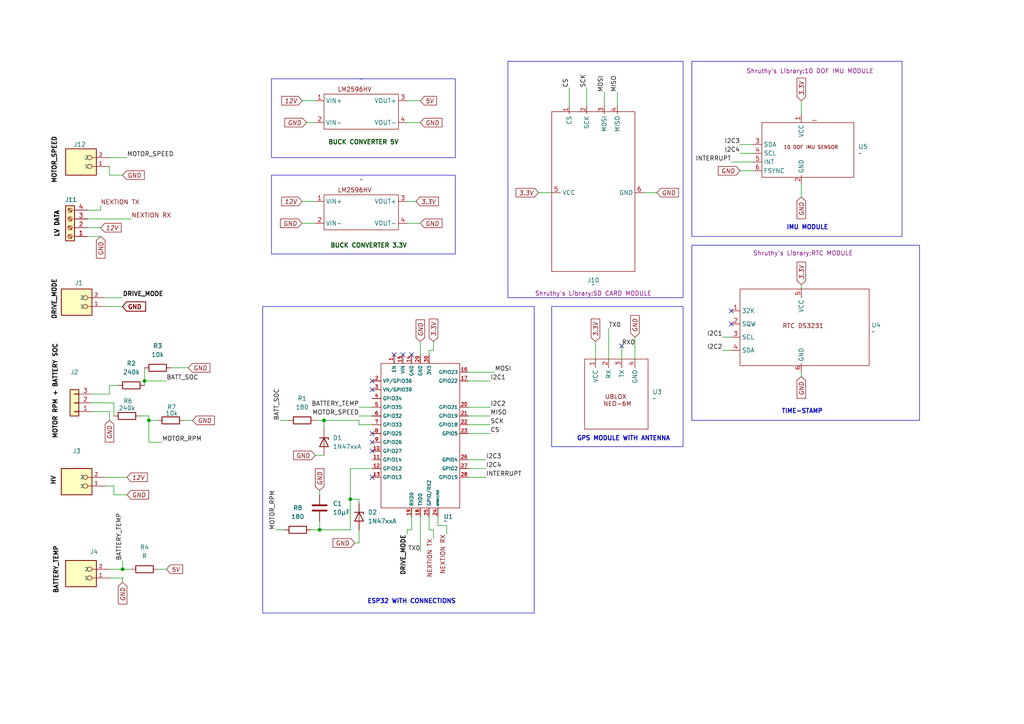
<source format=kicad_sch>
(kicad_sch (version 20250114) (generator "eeschema") (generator_version "9.0")
  (paper "A4")
  (lib_symbols
    (symbol "1935161:1935161" (pin_names (offset 1.016))
      (property "Reference" "J" (at -2.54 3.302 0))
      (property "Value" "1935161" (at -2.54 -7.62 0))
      (symbol "1935161_0_0"
        (rectangle (start -3.81 -5.08) (end 5.08 2.54) (stroke (width 0.254)) (fill (type background)))
        (circle (center -1.905 0) (radius 0.635) (stroke (width 0.1524)))
        (circle (center -1.905 -2.54) (radius 0.635) (stroke (width 0.1524)))
        (pin passive line (at -7.62 0 0) (length 5.08) (name "1") (number "1"))
        (pin passive line (at -7.62 -2.54 0) (length 5.08) (name "2") (number "2"))
      )
    )
    (symbol "Connector:Screw_Terminal_01x02" (pin_names (offset 1.016) (hide yes)))
    (symbol "Connector:Screw_Terminal_01x03" (pin_names (offset 1.016) (hide yes)))
    (symbol "Connector:Screw_Terminal_01x04" (pin_names (offset 1.016) (hide yes))
      (property "Reference" "J" (at 0 5.08 0))
      (property "Value" "Screw_Terminal_01x04" (at 0 -7.62 0))
      (symbol "Screw_Terminal_01x04_1_1"
        (rectangle (start -1.27 3.81) (end 1.27 -6.35) (stroke (width 0.254)) (fill (type background)))
        (polyline (pts (xy -0.5334 2.8702) (xy 0.3302 2.032)) (stroke (width 0.1524)))
        (polyline (pts (xy -0.5334 0.3302) (xy 0.3302 -0.508)) (stroke (width 0.1524)))
        (polyline (pts (xy -0.5334 -2.2098) (xy 0.3302 -3.048)) (stroke (width 0.1524)))
        (polyline (pts (xy -0.5334 -4.7498) (xy 0.3302 -5.588)) (stroke (width 0.1524)))
        (polyline (pts (xy -0.3556 3.048) (xy 0.508 2.2098)) (stroke (width 0.1524)))
        (polyline (pts (xy -0.3556 0.508) (xy 0.508 -0.3302)) (stroke (width 0.1524)))
        (polyline (pts (xy -0.3556 -2.032) (xy 0.508 -2.8702)) (stroke (width 0.1524)))
        (polyline (pts (xy -0.3556 -4.572) (xy 0.508 -5.4102)) (stroke (width 0.1524)))
        (circle (center 0 2.54) (radius 0.635) (stroke (width 0.1524)))
        (circle (center 0 0) (radius 0.635) (stroke (width 0.1524)))
        (circle (center 0 -2.54) (radius 0.635) (stroke (width 0.1524)))
        (circle (center 0 -5.08) (radius 0.635) (stroke (width 0.1524)))
        (pin passive line (at -5.08 2.54 0) (length 3.81) (name "Pin_1") (number "1"))
        (pin passive line (at -5.08 0 0) (length 3.81) (name "Pin_2") (number "2"))
        (pin passive line (at -5.08 -2.54 0) (length 3.81) (name "Pin_3") (number "3"))
        (pin passive line (at -5.08 -5.08 0) (length 3.81) (name "Pin_4") (number "4"))
      )
    )
    (symbol "Connector_Generic:Conn_01x03" (pin_names (offset 1.016) (hide yes))
      (property "Reference" "J" (at 0 5.08 0))
      (property "Value" "Conn_01x03" (at 0 -5.08 0))
      (symbol "Conn_01x03_1_1"
        (rectangle (start -1.27 3.81) (end 1.27 -3.81) (stroke (width 0.254)) (fill (type background)))
        (rectangle (start -1.27 2.667) (end 0 2.413) (stroke (width 0.1524)))
        (rectangle (start -1.27 0.127) (end 0 -0.127) (stroke (width 0.1524)))
        (rectangle (start -1.27 -2.413) (end 0 -2.667) (stroke (width 0.1524)))
        (pin passive line (at -5.08 2.54 0) (length 3.81) (name "Pin_1") (number "1"))
        (pin passive line (at -5.08 0 0) (length 3.81) (name "Pin_2") (number "2"))
        (pin passive line (at -5.08 -2.54 0) (length 3.81) (name "Pin_3") (number "3"))
      )
    )
    (symbol "Device:C" (pin_numbers (hide yes)) (pin_names (offset 0.254))
      (property "Reference" "C" (at 0.635 2.54 0))
      (property "Value" "C" (at 0.635 -2.54 0))
      (symbol "C_0_1"
        (polyline (pts (xy -2.032 0.762) (xy 2.032 0.762)) (stroke (width 0.508)))
        (polyline (pts (xy -2.032 -0.762) (xy 2.032 -0.762)) (stroke (width 0.508)))
      )
      (symbol "C_1_1"
        (pin passive line (at 0 3.81 270) (length 2.794) (name "~") (number "1"))
        (pin passive line (at 0 -3.81 90) (length 2.794) (name "~") (number "2"))
      )
    )
    (symbol "Device:R" (pin_numbers (hide yes)) (pin_names (offset 0))
      (property "Reference" "R" (at 2.032 0 90))
      (property "Value" "R" (at 0 0 90))
      (symbol "R_0_1"
        (rectangle (start -1.016 -2.54) (end 1.016 2.54) (stroke (width 0.254)))
      )
      (symbol "R_1_1"
        (pin passive line (at 0 3.81 270) (length 1.27) (name "~") (number "1"))
        (pin passive line (at 0 -3.81 90) (length 1.27) (name "~") (number "2"))
      )
    )
    (symbol "Diode:1N47xxA" (pin_numbers (hide yes)) (pin_names (hide yes))
      (property "Reference" "D" (at 0 2.54 0))
      (property "Value" "1N47xxA" (at 0 -2.54 0))
      (symbol "1N47xxA_0_1"
        (polyline (pts (xy -1.27 -1.27) (xy -1.27 1.27) (xy -0.762 1.27)) (stroke (width 0.254)))
        (polyline (pts (xy 1.27 0) (xy -1.27 0)))
        (polyline (pts (xy 1.27 -1.27) (xy 1.27 1.27) (xy -1.27 0) (xy 1.27 -1.27)) (stroke (width 0.254)))
      )
      (symbol "1N47xxA_1_1"
        (pin passive line (at -3.81 0 0) (length 2.54) (name "K") (number "1"))
        (pin passive line (at 3.81 0 180) (length 2.54) (name "A") (number "2"))
      )
    )
    (symbol "Screw_Terminal_01x02_1" (pin_names (offset 1.016) (hide yes))
      (symbol "Screw_Terminal_01x02_1_1_1"
        (pin input line (at -1471.93 -1675.13 0) (length 2.54) (name "1") (number "1"))
        (pin input line (at -916.94 995.68 0) (length 2.54) (name "1") (number ""))
      )
    )
    (symbol "Screw_Terminal_01x02_2" (pin_names (offset 1.016) (hide yes))
      (symbol "Screw_Terminal_01x02_2_1_1"
        (pin input line (at -1471.93 -1675.13 0) (length 2.54) (name "1") (number "1"))
        (pin input line (at -916.94 995.68 0) (length 2.54) (name "1") (number ""))
      )
    )
    (symbol "Screw_Terminal_01x02_4" (pin_names (offset 1.016) (hide yes))
      (symbol "Screw_Terminal_01x02_4_1_1"
        (pin input line (at -1471.93 -1675.13 0) (length 2.54) (name "1") (number "1"))
        (pin input line (at -916.94 995.68 0) (length 2.54) (name "1") (number ""))
      )
    )
    (symbol "Shruthy's Symbols:10_DOF_IMU_MODULE"
      (property "Reference" "U" (at 0 0 0))
      (symbol "10_DOF_IMU_MODULE_0_1"
        (rectangle (start -6.35 -2.54) (end 20.32 -18.415))
        (rectangle (start 9.525 -1.905) (end 8.255 -1.905))
      )
      (symbol "10_DOF_IMU_MODULE_1_1"
        (text "10 DOF IMU SENSOR" (at 7.874 -9.652 0) (effects (font (size 1 1))))
        (pin bidirectional line (at -8.89 -8.89 0) (length 2.54) (name "SDA") (number "3"))
        (pin bidirectional line (at -8.89 -11.43 0) (length 2.54) (name "SCL") (number "4"))
        (pin bidirectional line (at -8.89 -13.97 0) (length 2.54) (name "INT") (number "5"))
        (pin bidirectional line (at -8.89 -16.51 0) (length 2.54) (name "FSYNC") (number "6"))
        (pin power_in line (at 5.08 0 270) (length 2.54) (name "VCC") (number "1"))
        (pin power_in line (at 5.08 -20.32 90) (length 2.54) (name "GND") (number "2"))
      )
    )
    (symbol "Shruthy's Symbols:BUCK_CONVERTER_3.3V"
      (symbol "BUCK_CONVERTER_3.3V_0_1"
        (rectangle (start -7.62 4.445) (end 13.97 -5.715))
      )
      (symbol "BUCK_CONVERTER_3.3V_1_1"
        (text "LM2596HV" (at 1.27 5.842 0) (effects (font (size 1.27 1.27))))
        (pin input line (at -10.16 2.54 0) (length 2.54) (name "VIN+") (number "1"))
        (pin input line (at -10.16 -3.81 0) (length 2.54) (name "VIN-") (number "2"))
        (pin output line (at 16.51 2.54 180) (length 2.54) (name "VOUT+") (number "3"))
        (pin output line (at 16.51 -3.81 180) (length 2.54) (name "VOUT-") (number "4"))
      )
    )
    (symbol "Shruthy's Symbols:ESP32"
      (property "Reference" "U1" (at 0 0 0))
      (symbol "ESP32_0_1"
        (rectangle (start 26.67 49.53) (end 49.53 7.62))
      )
      (symbol "ESP32_1_1"
        (pin input line (at 24.13 44.45 0) (length 2.54) (name "VP/GPIO36") (number "2"))
        (pin input line (at 24.13 41.91 0) (length 2.54) (name "VN/GPIO39") (number "3"))
        (pin input line (at 24.13 39.37 0) (length 2.54) (name "GPIO34") (number "4"))
        (pin input line (at 24.13 36.83 0) (length 2.54) (name "GPIO35") (number "5"))
        (pin bidirectional line (at 24.13 34.29 0) (length 2.54) (name "GPIO32") (number "6"))
        (pin bidirectional line (at 24.13 31.75 0) (length 2.54) (name "GPIO33") (number "7"))
        (pin bidirectional line (at 24.13 29.21 0) (length 2.54) (name "GPIO25") (number "8"))
        (pin bidirectional line (at 24.13 26.67 0) (length 2.54) (name "GPIO26") (number "9"))
        (pin bidirectional line (at 24.13 24.13 0) (length 2.54) (name "GPIO27") (number "10"))
        (pin bidirectional line (at 24.13 21.59 0) (length 2.54) (name "GPIO14") (number "11"))
        (pin bidirectional line (at 24.13 19.05 0) (length 2.54) (name "GPIO12") (number "12"))
        (pin bidirectional line (at 24.13 16.51 0) (length 2.54) (name "GPIO13") (number "13"))
        (pin power_in line (at 30.48 52.07 270) (length 2.54) (name "EN") (number "1"))
        (pin power_in line (at 33.02 52.07 270) (length 2.54) (name "VIN") (number "15"))
        (pin power_in line (at 35.56 52.07 270) (length 2.54) (name "GND") (number "14"))
        (pin input line (at 35.56 5.08 90) (length 2.54) (name "RXD0") (number "19"))
        (pin power_in line (at 38.1 52.07 270) (length 2.54) (name "GND") (number "29"))
        (pin output line (at 38.1 5.08 90) (length 2.54) (name "TXD0") (number "18"))
        (pin power_in line (at 40.64 52.07 270) (length 2.54) (name "3V3") (number "30"))
        (pin input line (at 40.64 5.08 90) (length 2.54) (name "GPIO/RX2") (number "25"))
        (pin output line (at 43.18 5.08 90) (length 2.54) (name "GPIO17/TX2") (number "24"))
        (pin bidirectional line (at 52.07 46.99 180) (length 2.54) (name "GPIO23") (number "16"))
        (pin bidirectional line (at 52.07 44.45 180) (length 2.54) (name "GPIO22") (number "17"))
        (pin bidirectional line (at 52.07 36.83 180) (length 2.54) (name "GPIO21") (number "20"))
        (pin bidirectional line (at 52.07 34.29 180) (length 2.54) (name "GPIO19") (number "21"))
        (pin bidirectional line (at 52.07 31.75 180) (length 2.54) (name "GPIO18") (number "22"))
        (pin bidirectional line (at 52.07 29.21 180) (length 2.54) (name "GPIO5") (number "23"))
        (pin bidirectional line (at 52.07 21.59 180) (length 2.54) (name "GPIO4") (number "26"))
        (pin bidirectional line (at 52.07 19.05 180) (length 2.54) (name "GPIO2") (number "27"))
        (pin bidirectional line (at 52.07 16.51 180) (length 2.54) (name "GPIO15") (number "28"))
      )
    )
    (symbol "Shruthy's Symbols:GPS_MODULE_UBLOX_NEO-6M"
      (property "Reference" "U2" (at 0 -0.254 0))
      (symbol "GPS_MODULE_UBLOX_NEO-6M_0_1"
        (rectangle (start -20.955 -8.89) (end -2.54 -29.21))
      )
      (symbol "GPS_MODULE_UBLOX_NEO-6M_1_1"
        (text "UBLOX \nNEO-6M" (at -11.43 -20.828 0) (effects (font (size 1.27 1.27))))
        (pin power_in line (at -17.78 -8.89 270) (length 2.54) (name "VCC") (number "1"))
        (pin input line (at -13.97 -8.89 270) (length 2.54) (name "RX") (number "2"))
        (pin output line (at -10.16 -8.89 270) (length 2.54) (name "TX") (number "3"))
        (pin power_in line (at -6.35 -8.89 270) (length 2.54) (name "GND") (number "4"))
      )
    )
    (symbol "Shruthy's Symbols:RTC_DS3231_MODULE"
      (property "Reference" "U3" (at 0 0 0))
      (symbol "RTC_DS3231_MODULE_0_1"
        (rectangle (start 0 0) (end 37.465 -22.225))
      )
      (symbol "RTC_DS3231_MODULE_1_1"
        (text "RTC DS3231" (at 18.288 -10.668 0) (effects (font (size 1.27 1.27))))
        (pin output line (at -2.54 -6.35 0) (length 2.54) (name "32K") (number "1"))
        (pin output line (at -2.54 -10.16 0) (length 2.54) (name "SQW") (number "2"))
        (pin input line (at -2.54 -13.97 0) (length 2.54) (name "SCL") (number "3"))
        (pin bidirectional line (at -2.54 -17.78 0) (length 2.54) (name "SDA") (number "4"))
        (pin power_in line (at 17.78 0 270) (length 2.54) (name "VCC") (number "5"))
        (pin power_in line (at 17.78 -24.13 90) (length 2.54) (name "GND") (number "6"))
      )
    )
    (symbol "Shruthy's Symbols:SD_CARD_MODULE"
      (property "Reference" "J1" (at 0 0 0))
      (symbol "SD_CARD_MODULE_0_1"
        (rectangle (start 0 0) (end 46.355 -24.13))
      )
      (symbol "SD_CARD_MODULE_1_1"
        (pin power_in line (at 22.86 0 270) (length 2.54) (name "VCC") (number "5"))
        (pin power_in line (at 22.86 -26.67 90) (length 2.54) (name "GND") (number "6"))
        (pin power_in line (at 48.26 -5.08 180) (length 2.54) (name "CS") (number "1"))
        (pin power_in line (at 48.26 -10.16 180) (length 2.54) (name "SCK") (number "2"))
        (pin power_in line (at 48.26 -15.24 180) (length 2.54) (name "MOSI") (number "3"))
        (pin power_in line (at 48.26 -19.05 180) (length 2.54) (name "MISO") (number "4"))
      )
    )
  )
  (rectangle (start 147.32 17.78) (end 198.12 86.36))
  (rectangle (start 78.74 50.8) (end 132.08 73.66))
  (rectangle (start 160.02 88.9) (end 198.12 129.54))
  (rectangle (start 200.66 71.12) (end 266.7 121.92))
  (rectangle (start 200.66 17.78) (end 261.62 68.58))
  (rectangle (start 78.74 22.86) (end 132.08 45.72))
  (rectangle (start 76.2 88.9) (end 154.94 177.8))
  (text "ESP32 WITH CONNECTIONS" (at 119.38 174.498 0) (effects (font (size 1.27 1.27) (thickness 0.254) (bold yes))))
  (text "BUCK CONVERTER 3.3V" (at 106.934 71.374 0) (effects (font (size 1.27 1.27) (thickness 0.254) (bold yes))))
  (text "GPS MODULE WITH ANTENNA" (at 180.848 127.254 0) (effects (font (size 1.27 1.27) (thickness 0.254) (bold yes))))
  (text "BUCK CONVERTER 5V" (at 105.41 41.402 0) (effects (font (size 1.27 1.27) (thickness 0.254) (bold yes))))
  (text "TIME-STAMP" (at 232.664 119.38 0) (effects (font (size 1.27 1.27) (thickness 0.254) (bold yes))))
  (text "BATTERY_TEMP" (at 16.256 165.354 90) (effects (font (size 1.27 1.27) (thickness 0.254) (bold yes))))
  (text "IMU MODULE" (at 234.188 66.04 0) (effects (font (size 1.27 1.27) (thickness 0.254) (bold yes))))
  (text "MOTOR_SPEED" (at 15.748 46.482 90) (effects (font (size 1.27 1.27) (thickness 0.254) (bold yes))))
  (junction (at 101.6 144.78))
  (junction (at 43.18 121.92))
  (junction (at 35.56 165.1))
  (junction (at 41.91 110.49))
  (junction (at 93.98 121.92))
  (junction (at 92.71 153.67))
  (no_connect (at 116.84 102.87))
  (no_connect (at 119.38 102.87))
  (no_connect (at 114.3 102.87))
  (no_connect (at 107.95 138.43))
  (no_connect (at 212.09 93.98))
  (no_connect (at 107.95 113.03))
  (no_connect (at 107.95 128.27))
  (no_connect (at 107.95 125.73))
  (no_connect (at 180.34 100.33))
  (no_connect (at 107.95 110.49))
  (no_connect (at 212.09 90.17))
  (no_connect (at 107.95 130.81))
  (wire (pts (xy 101.6 153.67) (xy 101.6 144.78)))
  (wire (pts (xy 104.14 121.92) (xy 104.14 123.19)))
  (wire (pts (xy 170.18 25.4) (xy 170.18 30.48)))
  (wire (pts (xy 118.11 154.94) (xy 118.11 153.67)))
  (wire (pts (xy 172.72 99.06) (xy 172.72 104.14)))
  (wire (pts (xy 135.89 107.95) (xy 143.51 107.95)))
  (wire (pts (xy 92.71 151.13) (xy 92.71 153.67)))
  (wire (pts (xy 129.54 154.94) (xy 129.54 152.4)))
  (wire (pts (xy 135.89 125.73) (xy 142.24 125.73)))
  (wire (pts (xy 41.91 110.49) (xy 41.91 111.76)))
  (wire (pts (xy 31.75 114.3) (xy 31.75 111.76)))
  (wire (pts (xy 29.21 60.96) (xy 25.4 60.96)))
  (wire (pts (xy 30.48 86.36) (xy 35.56 86.36)))
  (wire (pts (xy 35.56 167.64) (xy 35.56 168.91)))
  (wire (pts (xy 214.63 44.45) (xy 218.44 44.45)))
  (wire (pts (xy 102.87 157.48) (xy 104.14 157.48)))
  (wire (pts (xy 25.4 68.58) (xy 29.21 68.58)))
  (wire (pts (xy 87.63 29.21) (xy 91.44 29.21)))
  (wire (pts (xy 43.18 121.92) (xy 45.72 121.92)))
  (wire (pts (xy 184.15 97.79) (xy 184.15 104.14)))
  (wire (pts (xy 31.75 167.64) (xy 35.56 167.64)))
  (wire (pts (xy 87.63 64.77) (xy 91.44 64.77)))
  (wire (pts (xy 129.54 152.4) (xy 127 152.4)))
  (wire (pts (xy 35.56 50.8) (xy 31.75 50.8)))
  (wire (pts (xy 118.11 153.67) (xy 119.38 153.67)))
  (wire (pts (xy 118.11 64.77) (xy 121.92 64.77)))
  (wire (pts (xy 125.73 156.21) (xy 125.73 153.67)))
  (wire (pts (xy 135.89 123.19) (xy 142.24 123.19)))
  (wire (pts (xy 91.44 132.08) (xy 93.98 132.08)))
  (wire (pts (xy 43.18 120.65) (xy 43.18 121.92)))
  (wire (pts (xy 43.18 128.27) (xy 46.99 128.27)))
  (wire (pts (xy 31.75 45.72) (xy 36.83 45.72)))
  (wire (pts (xy 91.44 121.92) (xy 93.98 121.92)))
  (wire (pts (xy 119.38 153.67) (xy 119.38 149.86)))
  (wire (pts (xy 104.14 120.65) (xy 107.95 120.65)))
  (wire (pts (xy 43.18 121.92) (xy 43.18 128.27)))
  (wire (pts (xy 209.55 97.79) (xy 212.09 97.79)))
  (wire (pts (xy 118.11 35.56) (xy 121.92 35.56)))
  (wire (pts (xy 127 152.4) (xy 127 149.86)))
  (wire (pts (xy 92.71 142.24) (xy 92.71 143.51)))
  (wire (pts (xy 214.63 49.53) (xy 218.44 49.53)))
  (wire (pts (xy 124.46 102.87) (xy 124.46 101.6)))
  (wire (pts (xy 176.53 95.25) (xy 176.53 104.14)))
  (wire (pts (xy 104.14 157.48) (xy 104.14 153.67)))
  (wire (pts (xy 179.07 26.67) (xy 179.07 30.48)))
  (wire (pts (xy 30.48 138.43) (xy 36.83 138.43)))
  (wire (pts (xy 43.18 120.65) (xy 40.64 120.65)))
  (wire (pts (xy 232.41 29.21) (xy 232.41 33.02)))
  (wire (pts (xy 25.4 66.04) (xy 29.21 66.04)))
  (wire (pts (xy 135.89 118.11) (xy 142.24 118.11)))
  (wire (pts (xy 118.11 58.42) (xy 120.65 58.42)))
  (wire (pts (xy 26.67 114.3) (xy 31.75 114.3)))
  (wire (pts (xy 104.14 146.05) (xy 104.14 144.78)))
  (wire (pts (xy 156.21 55.88) (xy 160.02 55.88)))
  (wire (pts (xy 124.46 153.67) (xy 124.46 149.86)))
  (wire (pts (xy 135.89 120.65) (xy 142.24 120.65)))
  (wire (pts (xy 26.67 119.38) (xy 31.75 119.38)))
  (wire (pts (xy 45.72 165.1) (xy 48.26 165.1)))
  (wire (pts (xy 125.73 153.67) (xy 124.46 153.67)))
  (wire (pts (xy 30.48 88.9) (xy 35.56 88.9)))
  (wire (pts (xy 29.21 59.69) (xy 29.21 60.96)))
  (wire (pts (xy 33.02 140.97) (xy 33.02 143.51)))
  (wire (pts (xy 121.92 99.06) (xy 121.92 102.87)))
  (wire (pts (xy 25.4 63.5) (xy 38.1 63.5)))
  (wire (pts (xy 209.55 101.6) (xy 212.09 101.6)))
  (wire (pts (xy 93.98 121.92) (xy 104.14 121.92)))
  (wire (pts (xy 31.75 165.1) (xy 35.56 165.1)))
  (wire (pts (xy 49.53 106.68) (xy 54.61 106.68)))
  (wire (pts (xy 135.89 138.43) (xy 140.97 138.43)))
  (wire (pts (xy 33.02 120.65) (xy 33.02 116.84)))
  (wire (pts (xy 81.28 121.92) (xy 83.82 121.92)))
  (wire (pts (xy 92.71 153.67) (xy 101.6 153.67)))
  (wire (pts (xy 186.69 55.88) (xy 190.5 55.88)))
  (wire (pts (xy 118.11 29.21) (xy 121.92 29.21)))
  (wire (pts (xy 30.48 140.97) (xy 33.02 140.97)))
  (wire (pts (xy 214.63 41.91) (xy 218.44 41.91)))
  (wire (pts (xy 232.41 107.95) (xy 232.41 109.22)))
  (wire (pts (xy 232.41 82.55) (xy 232.41 83.82)))
  (wire (pts (xy 35.56 162.56) (xy 35.56 165.1)))
  (wire (pts (xy 101.6 144.78) (xy 104.14 144.78)))
  (wire (pts (xy 212.09 46.99) (xy 218.44 46.99)))
  (wire (pts (xy 101.6 144.78) (xy 101.6 135.89)))
  (wire (pts (xy 232.41 53.34) (xy 232.41 57.15)))
  (wire (pts (xy 33.02 116.84) (xy 26.67 116.84)))
  (wire (pts (xy 33.02 143.51) (xy 36.83 143.51)))
  (wire (pts (xy 104.14 123.19) (xy 107.95 123.19)))
  (wire (pts (xy 87.63 58.42) (xy 91.44 58.42)))
  (wire (pts (xy 180.34 100.33) (xy 180.34 104.14)))
  (wire (pts (xy 90.17 153.67) (xy 92.71 153.67)))
  (wire (pts (xy 125.73 101.6) (xy 125.73 99.06)))
  (wire (pts (xy 165.1 25.4) (xy 165.1 30.48)))
  (wire (pts (xy 80.01 153.67) (xy 82.55 153.67)))
  (wire (pts (xy 121.92 149.86) (xy 121.92 160.02)))
  (wire (pts (xy 35.56 165.1) (xy 38.1 165.1)))
  (wire (pts (xy 88.9 35.56) (xy 91.44 35.56)))
  (wire (pts (xy 41.91 106.68) (xy 41.91 110.49)))
  (wire (pts (xy 124.46 101.6) (xy 125.73 101.6)))
  (wire (pts (xy 135.89 110.49) (xy 142.24 110.49)))
  (wire (pts (xy 31.75 111.76) (xy 34.29 111.76)))
  (wire (pts (xy 135.89 133.35) (xy 140.97 133.35)))
  (wire (pts (xy 93.98 121.92) (xy 93.98 124.46)))
  (wire (pts (xy 101.6 135.89) (xy 107.95 135.89)))
  (wire (pts (xy 175.26 26.67) (xy 175.26 30.48)))
  (wire (pts (xy 53.34 121.92) (xy 55.88 121.92)))
  (wire (pts (xy 31.75 50.8) (xy 31.75 48.26)))
  (wire (pts (xy 41.91 110.49) (xy 48.26 110.49)))
  (wire (pts (xy 104.14 118.11) (xy 107.95 118.11)))
  (wire (pts (xy 135.89 135.89) (xy 140.97 135.89)))
  (wire (pts (xy 31.75 119.38) (xy 31.75 121.92)))
  (label "INTERRUPT" (at 212.09 46.99 180))
  (label "DRIVE_MODE" (at 35.56 86.36 0) (effects (font (thickness 0.254) (bold yes))))
  (label "NEXTION RX" (at 129.54 154.94 270))
  (label "TX0" (at 176.53 95.25 0))
  (label "BATTERY_TEMP" (at 35.56 162.56 90))
  (label "MISO" (at 179.07 26.67 90))
  (label "MOSI" (at 143.51 107.95 0))
  (label "RX0" (at 180.34 100.33 0))
  (label "NEXTION TX" (at 125.73 156.21 270))
  (label "MOTOR_SPEED" (at 36.83 45.72 0))
  (label "I2C4" (at 214.63 44.45 180))
  (label "I2C1" (at 209.55 97.79 180))
  (label "DRIVE_MODE" (at 118.11 154.94 270) (effects (font (thickness 0.254) (bold yes))))
  (label "MISO" (at 142.24 120.65 0))
  (label "MOTOR_RPM" (at 80.01 153.67 90))
  (label "TX0" (at 121.92 160.02 180))
  (label "INTERRUPT" (at 140.97 138.43 0))
  (label "CS" (at 165.1 25.4 90))
  (label "I2C2" (at 209.55 101.6 180))
  (label "I2C3" (at 140.97 133.35 0))
  (label "BATTERY_TEMP" (at 104.14 118.11 180))
  (label "NEXTION RX" (at 38.1 63.5 0))
  (label "I2C4" (at 140.97 135.89 0))
  (label "I2C2" (at 142.24 118.11 0))
  (label "SCK" (at 142.24 123.19 0))
  (label "BATT_SOC" (at 81.28 121.92 90))
  (label "MOTOR_RPM" (at 46.99 128.27 0))
  (label "SCK" (at 170.18 25.4 90))
  (label "I2C1" (at 142.24 110.49 0))
  (label "BATT_SOC" (at 48.26 110.49 0))
  (label "MOSI" (at 175.26 26.67 90))
  (label "CS" (at 142.24 125.73 0))
  (label "NEXTION TX" (at 29.21 59.69 0))
  (label "MOTOR_SPEED" (at 104.14 120.65 180))
  (label "I2C3" (at 214.63 41.91 180))
  (global_label "GND" (shape input) (at 35.56 50.8 0) (property "Intersheetrefs" "${INTERSHEET_REFS}" (effects (hide yes))))
  (global_label "GND" (shape input) (at 121.92 64.77 0) (effects (font (italic yes))) (property "Intersheetrefs" "${INTERSHEET_REFS}" (effects (hide yes))))
  (global_label "GND" (shape input) (at 91.44 132.08 180) (property "Intersheetrefs" "${INTERSHEET_REFS}" (effects (hide yes))))
  (global_label "3.3V" (shape input) (at 232.41 82.55 90) (effects (font (italic yes))) (property "Intersheetrefs" "${INTERSHEET_REFS}" (effects (hide yes))))
  (global_label "GND" (shape input) (at 121.92 35.56 0) (effects (font (italic yes))) (property "Intersheetrefs" "${INTERSHEET_REFS}" (effects (hide yes))))
  (global_label "GND" (shape input) (at 232.41 109.22 270) (effects (font (italic yes))) (property "Intersheetrefs" "${INTERSHEET_REFS}" (effects (hide yes))))
  (global_label "5V" (shape input) (at 48.26 165.1 0) (effects (font (italic yes))) (property "Intersheetrefs" "${INTERSHEET_REFS}" (effects (hide yes))))
  (global_label "12V" (shape input) (at 29.21 66.04 0) (effects (font (italic yes))) (property "Intersheetrefs" "${INTERSHEET_REFS}" (effects (hide yes))))
  (global_label "GND" (shape input) (at 29.21 68.58 270) (property "Intersheetrefs" "${INTERSHEET_REFS}" (effects (hide yes))))
  (global_label "GND" (shape input) (at 36.83 143.51 0) (effects (font (italic yes))) (property "Intersheetrefs" "${INTERSHEET_REFS}" (effects (hide yes))))
  (global_label "GND" (shape input) (at 88.9 35.56 180) (effects (font (italic yes))) (property "Intersheetrefs" "${INTERSHEET_REFS}" (effects (hide yes))))
  (global_label "GND" (shape input) (at 214.63 49.53 180) (effects (font (italic yes))) (property "Intersheetrefs" "${INTERSHEET_REFS}" (effects (hide yes))))
  (global_label "GND" (shape input) (at 92.71 142.24 90) (effects (font (italic yes))) (property "Intersheetrefs" "${INTERSHEET_REFS}" (effects (hide yes))))
  (global_label "GND" (shape input) (at 35.56 88.9 0) (effects (font (thickness 0.254) (bold yes))) (property "Intersheetrefs" "${INTERSHEET_REFS}" (effects (hide yes))))
  (global_label "12V" (shape input) (at 87.63 29.21 180) (effects (font (italic yes))) (property "Intersheetrefs" "${INTERSHEET_REFS}" (effects (hide yes))))
  (global_label "GND" (shape input) (at 121.92 99.06 90) (effects (font (italic yes))) (property "Intersheetrefs" "${INTERSHEET_REFS}" (effects (hide yes))))
  (global_label "GND" (shape input) (at 87.63 64.77 180) (effects (font (italic yes))) (property "Intersheetrefs" "${INTERSHEET_REFS}" (effects (hide yes))))
  (global_label "12V" (shape input) (at 36.83 138.43 0) (effects (font (italic yes))) (property "Intersheetrefs" "${INTERSHEET_REFS}" (effects (hide yes))))
  (global_label "GND" (shape input) (at 35.56 168.91 270) (effects (font (italic yes))) (property "Intersheetrefs" "${INTERSHEET_REFS}" (effects (hide yes))))
  (global_label "3.3V" (shape input) (at 172.72 99.06 90) (effects (font (italic yes))) (property "Intersheetrefs" "${INTERSHEET_REFS}" (effects (hide yes))))
  (global_label "GND" (shape input) (at 54.61 106.68 0) (effects (font (italic yes))) (property "Intersheetrefs" "${INTERSHEET_REFS}" (effects (hide yes))))
  (global_label "GND" (shape input) (at 190.5 55.88 0) (effects (font (italic yes))) (property "Intersheetrefs" "${INTERSHEET_REFS}" (effects (hide yes))))
  (global_label "3.3V" (shape input) (at 156.21 55.88 180) (effects (font (italic yes))) (property "Intersheetrefs" "${INTERSHEET_REFS}" (effects (hide yes))))
  (global_label "12V" (shape input) (at 87.63 58.42 180) (effects (font (italic yes))) (property "Intersheetrefs" "${INTERSHEET_REFS}" (effects (hide yes))))
  (global_label "GND" (shape input) (at 232.41 57.15 270) (effects (font (italic yes))) (property "Intersheetrefs" "${INTERSHEET_REFS}" (effects (hide yes))))
  (global_label "GND" (shape input) (at 184.15 97.79 90) (effects (font (italic yes))) (property "Intersheetrefs" "${INTERSHEET_REFS}" (effects (hide yes))))
  (global_label "3.3V" (shape input) (at 120.65 58.42 0) (effects (font (italic yes))) (property "Intersheetrefs" "${INTERSHEET_REFS}" (effects (hide yes))))
  (global_label "GND" (shape input) (at 55.88 121.92 0) (effects (font (italic yes))) (property "Intersheetrefs" "${INTERSHEET_REFS}" (effects (hide yes))))
  (global_label "GND" (shape input) (at 31.75 121.92 270) (effects (font (italic yes))) (property "Intersheetrefs" "${INTERSHEET_REFS}" (effects (hide yes))))
  (global_label "5V" (shape input) (at 121.92 29.21 0) (effects (font (italic yes))) (property "Intersheetrefs" "${INTERSHEET_REFS}" (effects (hide yes))))
  (global_label "3.3V" (shape input) (at 125.73 99.06 90) (effects (font (italic yes))) (property "Intersheetrefs" "${INTERSHEET_REFS}" (effects (hide yes))))
  (global_label "3.3V" (shape input) (at 232.41 29.21 90) (effects (font (italic yes))) (property "Intersheetrefs" "${INTERSHEET_REFS}" (effects (hide yes))))
  (global_label "GND" (shape input) (at 102.87 157.48 180) (property "Intersheetrefs" "${INTERSHEET_REFS}" (effects (hide yes))))
  (symbol (lib_id "Connector_Generic:Conn_01x03") (at 21.59 116.84 180) (unit 1)
    (property "Reference" "J2" (at 21.59 107.95 0))
    (property "Value" "MOTOR RPM + BATTERY SOC" (at 16.002 113.284 90) (effects (font (thickness 0.254) (bold yes))))
    (property "Footprint" "TerminalBlock_Phoenix:TerminalBlock_Phoenix_MKDS-1,5-3-5.08_1x03_P5.08mm_Horizontal" (effects (hide yes)))
    (property "Description" "Generic connector, single row, 01x03, script generated (kicad-library-utils/schlib/autogen/connector/)" (effects (hide yes)))
  )
  (symbol (lib_name "Screw_Terminal_01x02_2") (lib_id "Connector:Screw_Terminal_01x02") (at 58.42 105.41 0) (unit 1)
    (property "Reference" "J7" (effects (hide yes)))
    (property "Value" "Screw_Terminal_01x02" (effects (hide yes)))
    (property "Description" "Generic screw terminal, single row, 01x02, script generated (kicad-library-utils/schlib/autogen/connector/)" (effects (hide yes)))
  )
  (symbol (lib_id "Device:C") (at 92.71 147.32 180) (unit 1)
    (property "Reference" "C1" (at 96.52 146.0499 0) (effects (justify right)))
    (property "Value" "10µF" (at 96.52 148.5899 0) (effects (justify right)))
    (property "Description" "Unpolarized capacitor" (effects (hide yes)))
  )
  (symbol (lib_id "Shruthy's Symbols:BUCK_CONVERTER_3.3V") (at 101.6 60.96 0) (unit 1)
    (property "Reference" "U2" (effects (hide yes)))
    (property "Value" "~" (at 104.775 52.07 0))
    (property "Footprint" "Shruthy's Library:BUCK CONVERTER 3.3V" (effects (hide yes)))
  )
  (symbol (lib_id "Device:R") (at 49.53 121.92 90) (unit 1)
    (property "Reference" "R7" (at 49.784 118.11 90))
    (property "Value" "10k" (at 49.784 119.888 90))
    (property "Footprint" "Resistor_THT:R_Axial_DIN0309_L9.0mm_D3.2mm_P12.70mm_Horizontal" (effects (hide yes)))
    (property "Description" "Resistor" (effects (hide yes)))
  )
  (symbol (lib_id "1935161:1935161") (at 22.86 88.9 180) (unit 1)
    (property "Reference" "J1" (at 22.86 82.042 0))
    (property "Value" "DRIVE_MODE" (at 15.748 86.614 90) (effects (font (thickness 0.254) (bold yes))))
    (property "Footprint" "TerminalBlock:TerminalBlock_MaiXu_MX126-5.0-02P_1x02_P5.00mm" (effects (hide yes)))
    (property "MF" "Phoenix Contact" (effects (hide yes)))
    (property "MAXIMUM_PACKAGE_HEIGHT" "11.45mm" (effects (hide yes)))
    (property "Package" "None" (effects (hide yes)))
    (property "Price" "None" (effects (hide yes)))
    (property "Check_prices" "https://www.snapeda.com/parts/1935161/Phoenix+Contact/view-part/?ref=eda" (effects (hide yes)))
    (property "STANDARD" "Manufacturer Recommendations" (effects (hide yes)))
    (property "PARTREV" "14.12.2022" (effects (hide yes)))
    (property "SnapEDA_Link" "https://www.snapeda.com/parts/1935161/Phoenix+Contact/view-part/?ref=snap" (effects (hide yes)))
    (property "MP" "1935161" (effects (hide yes)))
    (property "Description_1" "PCB Terminal Screw 5mm 16AWG 400V 17.5A 2 Position COMBICON PT Series | Phoenix Contact 1935161" (effects (hide yes)))
    (property "Availability" "Not in stock" (effects (hide yes)))
    (property "MANUFACTURER" "Phoenix Contact" (effects (hide yes)))
  )
  (symbol (lib_id "Shruthy's Symbols:ESP32") (at 83.82 154.94 0) (unit 1)
    (property "Reference" "U1" (at 128.6511 149.86 0) (effects (justify left)))
    (property "Value" "~" (at 128.6511 151.13 0) (effects (justify left)))
    (property "Footprint" "Shruthy's Library:ESP32-C3-WROOM-02" (effects (hide yes)))
  )
  (symbol (lib_id "Device:R") (at 86.36 153.67 270) (unit 1)
    (property "Reference" "R8" (at 86.36 147.32 90))
    (property "Value" "180" (at 86.36 149.86 90))
    (property "Footprint" "Resistor_THT:R_Axial_DIN0309_L9.0mm_D3.2mm_P12.70mm_Horizontal" (effects (hide yes)))
    (property "Description" "Resistor" (effects (hide yes)))
  )
  (symbol (lib_id "Diode:1N47xxA") (at 104.14 149.86 270) (unit 1)
    (property "Reference" "D2" (at 106.68 148.5899 90) (effects (justify left)))
    (property "Value" "1N47xxA" (at 106.68 151.1299 90) (effects (justify left)))
    (property "Footprint" "Diode_THT:D_DO-41_SOD81_P10.16mm_Horizontal" (effects (hide yes)))
    (property "Datasheet" "https://www.vishay.com/docs/85816/1n4728a.pdf" (effects (hide yes)))
    (property "Description" "1300mW Silicon planar power Zener diodes, DO-41" (effects (hide yes)))
  )
  (symbol (lib_name "Screw_Terminal_01x02_4") (lib_id "Connector:Screw_Terminal_01x02") (at 25.4 82.55 0) (unit 1)
    (property "Reference" "J9" (effects (hide yes)))
    (property "Value" "Screw_Terminal_01x02" (effects (hide yes)))
    (property "Description" "Generic screw terminal, single row, 01x02, script generated (kicad-library-utils/schlib/autogen/connector/)" (effects (hide yes)))
  )
  (symbol (lib_id "Connector:Screw_Terminal_01x02") (at 133.35 142.24 0) (unit 1)
    (property "Reference" "J2" (effects (hide yes)))
    (property "Value" "Screw_Terminal_01x02" (effects (hide yes)))
    (property "Description" "Generic screw terminal, single row, 01x02, script generated (kicad-library-utils/schlib/autogen/connector/)" (effects (hide yes)))
  )
  (symbol (lib_id "Shruthy's Symbols:10_DOF_IMU_MODULE") (at 227.33 33.02 0) (unit 1)
    (property "Reference" "U5" (at 248.92 42.5449 0) (effects (justify left)))
    (property "Value" "~" (at 248.92 44.45 0) (effects (justify left)))
    (property "Footprint" "Shruthy's Library:10 DOF IMU MODULE" (at 234.95 20.574 0))
  )
  (symbol (lib_name "Screw_Terminal_01x02_1") (lib_id "Connector:Screw_Terminal_01x02") (at 109.22 85.09 0) (unit 1)
    (property "Reference" "J3" (effects (hide yes)))
    (property "Value" "Screw_Terminal_01x02" (effects (hide yes)))
    (property "Description" "Generic screw terminal, single row, 01x02, script generated (kicad-library-utils/schlib/autogen/connector/)" (effects (hide yes)))
  )
  (symbol (lib_id "Shruthy's Symbols:SD_CARD_MODULE") (at 160.02 78.74 90) (unit 1)
    (property "Reference" "J10" (at 172.085 81.28 90))
    (property "Value" "~" (at 172.085 82.55 90))
    (property "Footprint" "Shruthy's Library:SD CARD MODULE" (at 172.085 85.09 90))
  )
  (symbol (lib_id "1935161:1935161") (at 24.13 167.64 180) (unit 1)
    (property "Reference" "J4" (at 28.448 160.02 0) (effects (justify left)))
    (property "Value" "BATTERY TEMP" (effects (hide yes)))
    (property "Footprint" "TerminalBlock:TerminalBlock_MaiXu_MX126-5.0-02P_1x02_P5.00mm" (effects (hide yes)))
    (property "MF" "Phoenix Contact" (effects (hide yes)))
    (property "MAXIMUM_PACKAGE_HEIGHT" "11.45mm" (effects (hide yes)))
    (property "Package" "None" (effects (hide yes)))
    (property "Price" "None" (effects (hide yes)))
    (property "Check_prices" "https://www.snapeda.com/parts/1935161/Phoenix+Contact/view-part/?ref=eda" (effects (hide yes)))
    (property "STANDARD" "Manufacturer Recommendations" (effects (hide yes)))
    (property "PARTREV" "14.12.2022" (effects (hide yes)))
    (property "SnapEDA_Link" "https://www.snapeda.com/parts/1935161/Phoenix+Contact/view-part/?ref=snap" (effects (hide yes)))
    (property "MP" "1935161" (effects (hide yes)))
    (property "Description_1" "PCB Terminal Screw 5mm 16AWG 400V 17.5A 2 Position COMBICON PT Series | Phoenix Contact 1935161" (effects (hide yes)))
    (property "Availability" "Not in stock" (effects (hide yes)))
    (property "MANUFACTURER" "Phoenix Contact" (effects (hide yes)))
  )
  (symbol (lib_id "Connector:Screw_Terminal_01x03") (at 22.86 66.04 0) (unit 1)
    (property "Reference" "J6" (effects (hide yes)))
    (property "Value" "Screw_Terminal_01x03" (effects (hide yes)))
    (property "Footprint" "TerminalBlock_Wuerth:Wuerth_REDCUBE-THR_WP-THRBU_74650194_THR" (effects (hide yes)))
    (property "Description" "Generic screw terminal, single row, 01x03, script generated (kicad-library-utils/schlib/autogen/connector/)" (effects (hide yes)))
  )
  (symbol (lib_id "Shruthy's Symbols:BUCK_CONVERTER_3.3V") (at 101.6 31.75 0) (unit 1)
    (property "Reference" "U6" (effects (hide yes)))
    (property "Value" "~" (at 104.775 22.86 0))
    (property "Footprint" "Shruthy's Library:BUCK CONVERTER 3.3V" (effects (hide yes)))
  )
  (symbol (lib_id "Connector:Screw_Terminal_01x04") (at 20.32 66.04 180) (unit 1)
    (property "Reference" "J11" (at 20.574 57.912 0))
    (property "Value" "LV DATA" (at 16.51 64.77 90) (effects (font (thickness 0.254) (bold yes))))
    (property "Footprint" "TerminalBlock:TerminalBlock_bornier-4_P5.08mm" (effects (hide yes)))
    (property "Description" "Generic screw terminal, single row, 01x04, script generated (kicad-library-utils/schlib/autogen/connector/)" (effects (hide yes)))
  )
  (symbol (lib_id "Device:R") (at 36.83 120.65 90) (unit 1)
    (property "Reference" "R6" (at 37.084 116.332 90))
    (property "Value" "240k" (at 36.83 118.364 90))
    (property "Footprint" "Resistor_THT:R_Axial_DIN0309_L9.0mm_D3.2mm_P12.70mm_Horizontal" (effects (hide yes)))
    (property "Description" "Resistor" (effects (hide yes)))
  )
  (symbol (lib_id "Diode:1N47xxA") (at 93.98 128.27 270) (unit 1)
    (property "Reference" "D1" (at 96.52 126.9999 90) (effects (justify left)))
    (property "Value" "1N47xxA" (at 96.52 129.5399 90) (effects (justify left)))
    (property "Footprint" "Diode_THT:D_DO-41_SOD81_P10.16mm_Horizontal" (effects (hide yes)))
    (property "Datasheet" "https://www.vishay.com/docs/85816/1n4728a.pdf" (effects (hide yes)))
    (property "Description" "1300mW Silicon planar power Zener diodes, DO-41" (effects (hide yes)))
  )
  (symbol (lib_id "Shruthy's Symbols:RTC_DS3231_MODULE") (at 214.63 83.82 0) (unit 1)
    (property "Reference" "U4" (at 252.73 94.2974 0) (effects (justify left)))
    (property "Value" "~" (at 252.73 96.2025 0) (effects (justify left)))
    (property "Footprint" "Shruthy's Library:RTC MODULE" (at 232.918 73.406 0))
  )
  (symbol (lib_id "1935161:1935161") (at 22.86 140.97 180) (unit 1)
    (property "Reference" "J3" (at 22.225 130.81 0))
    (property "Value" "HV" (at 15.494 139.192 90) (effects (font (thickness 0.254) (bold yes))))
    (property "Footprint" "TerminalBlock:TerminalBlock_MaiXu_MX126-5.0-02P_1x02_P5.00mm" (effects (hide yes)))
    (property "MF" "Phoenix Contact" (effects (hide yes)))
    (property "MAXIMUM_PACKAGE_HEIGHT" "11.45mm" (effects (hide yes)))
    (property "Package" "None" (effects (hide yes)))
    (property "Price" "None" (effects (hide yes)))
    (property "Check_prices" "https://www.snapeda.com/parts/1935161/Phoenix+Contact/view-part/?ref=eda" (effects (hide yes)))
    (property "STANDARD" "Manufacturer Recommendations" (effects (hide yes)))
    (property "PARTREV" "14.12.2022" (effects (hide yes)))
    (property "SnapEDA_Link" "https://www.snapeda.com/parts/1935161/Phoenix+Contact/view-part/?ref=snap" (effects (hide yes)))
    (property "MP" "1935161" (effects (hide yes)))
    (property "Description_1" "PCB Terminal Screw 5mm 16AWG 400V 17.5A 2 Position COMBICON PT Series | Phoenix Contact 1935161" (effects (hide yes)))
    (property "Availability" "Not in stock" (effects (hide yes)))
    (property "MANUFACTURER" "Phoenix Contact" (effects (hide yes)))
  )
  (symbol (lib_id "Device:R") (at 87.63 121.92 90) (unit 1)
    (property "Reference" "R1" (at 87.63 115.57 90))
    (property "Value" "180" (at 87.63 118.11 90))
    (property "Description" "Resistor" (effects (hide yes)))
  )
  (symbol (lib_id "Shruthy's Symbols:GPS_MODULE_UBLOX_NEO-6M") (at 190.5 95.25 0) (unit 1)
    (property "Reference" "U3" (at 189.23 113.6649 0) (effects (justify left)))
    (property "Value" "~" (at 189.23 115.57 0) (effects (justify left)))
    (property "Footprint" "Shruthy's Library:GPS UBLOX NEO-6M" (effects (hide yes)))
  )
  (symbol (lib_id "Device:R") (at 38.1 111.76 90) (unit 1)
    (property "Reference" "R2" (at 38.1 105.41 90))
    (property "Value" "240k" (at 38.1 107.95 90))
    (property "Footprint" "Resistor_THT:R_Axial_DIN0309_L9.0mm_D3.2mm_P12.70mm_Horizontal" (effects (hide yes)))
    (property "Description" "Resistor" (effects (hide yes)))
  )
  (symbol (lib_id "Device:R") (at 41.91 165.1 270) (unit 1)
    (property "Reference" "R4" (at 41.91 158.75 90))
    (property "Value" "R" (at 41.91 161.29 90))
    (property "Footprint" "Resistor_THT:R_Axial_DIN0309_L9.0mm_D3.2mm_P12.70mm_Horizontal" (effects (hide yes)))
    (property "Description" "Resistor" (effects (hide yes)))
  )
  (symbol (lib_id "1935161:1935161") (at 24.13 48.26 180) (unit 1)
    (property "Reference" "J12" (at 23.114 41.91 0))
    (property "Value" "DRIVE_MODE" (effects (hide yes)))
    (property "Footprint" "TerminalBlock:TerminalBlock_MaiXu_MX126-5.0-02P_1x02_P5.00mm" (effects (hide yes)))
    (property "MF" "Phoenix Contact" (effects (hide yes)))
    (property "MAXIMUM_PACKAGE_HEIGHT" "11.45mm" (effects (hide yes)))
    (property "Package" "None" (effects (hide yes)))
    (property "Price" "None" (effects (hide yes)))
    (property "Check_prices" "https://www.snapeda.com/parts/1935161/Phoenix+Contact/view-part/?ref=eda" (effects (hide yes)))
    (property "STANDARD" "Manufacturer Recommendations" (effects (hide yes)))
    (property "PARTREV" "14.12.2022" (effects (hide yes)))
    (property "SnapEDA_Link" "https://www.snapeda.com/parts/1935161/Phoenix+Contact/view-part/?ref=snap" (effects (hide yes)))
    (property "MP" "1935161" (effects (hide yes)))
    (property "Description_1" "PCB Terminal Screw 5mm 16AWG 400V 17.5A 2 Position COMBICON PT Series | Phoenix Contact 1935161" (effects (hide yes)))
    (property "Availability" "Not in stock" (effects (hide yes)))
    (property "MANUFACTURER" "Phoenix Contact" (effects (hide yes)))
  )
  (symbol (lib_id "Device:R") (at 45.72 106.68 90) (unit 1)
    (property "Reference" "R3" (at 45.72 100.33 90))
    (property "Value" "10k" (at 45.72 102.87 90))
    (property "Footprint" "Resistor_THT:R_Axial_DIN0309_L9.0mm_D3.2mm_P12.70mm_Horizontal" (effects (hide yes)))
    (property "Description" "Resistor" (effects (hide yes)))
  )
)
</source>
